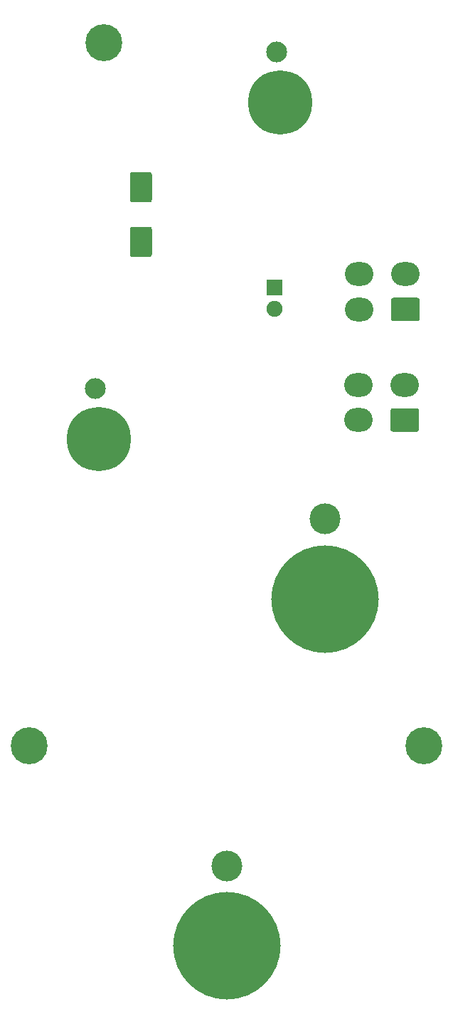
<source format=gbr>
%TF.GenerationSoftware,KiCad,Pcbnew,(5.1.6)-1*%
%TF.CreationDate,2020-12-18T19:44:17+11:00*%
%TF.ProjectId,EXT LT Panel PCB V2,45585420-4c54-4205-9061-6e656c205043,rev?*%
%TF.SameCoordinates,Original*%
%TF.FileFunction,Soldermask,Bot*%
%TF.FilePolarity,Negative*%
%FSLAX46Y46*%
G04 Gerber Fmt 4.6, Leading zero omitted, Abs format (unit mm)*
G04 Created by KiCad (PCBNEW (5.1.6)-1) date 2020-12-18 19:44:17*
%MOMM*%
%LPD*%
G01*
G04 APERTURE LIST*
%ADD10C,12.800000*%
%ADD11C,3.672000*%
%ADD12C,4.400000*%
%ADD13C,7.640752*%
%ADD14C,2.481250*%
%ADD15O,3.400000X2.800000*%
%ADD16C,1.900000*%
%ADD17R,1.900000X1.900000*%
G04 APERTURE END LIST*
D10*
%TO.C,3*%
X134410400Y-106248200D03*
X134410400Y-106248200D03*
D11*
X134410400Y-96723200D03*
%TD*%
D12*
%TO.C,5*%
X108121400Y-40081200D03*
%TD*%
%TO.C,6*%
X99231400Y-123710700D03*
%TD*%
%TO.C,7*%
X146221400Y-123710700D03*
%TD*%
D13*
%TO.C,1*%
X129076400Y-47193200D03*
D14*
X128657861Y-41207816D03*
D13*
X129076400Y-47193200D03*
%TD*%
%TO.C,2*%
X107486400Y-87198200D03*
D14*
X107067861Y-81212816D03*
D13*
X107486400Y-87198200D03*
%TD*%
D11*
%TO.C,4*%
X122726400Y-137998200D03*
D10*
X122726400Y-147523200D03*
X122726400Y-147523200D03*
%TD*%
D15*
%TO.C,J2*%
X138434000Y-80760500D03*
X138434000Y-84960500D03*
X143934000Y-80760500D03*
G36*
G01*
X145374740Y-86360500D02*
X142493260Y-86360500D01*
G75*
G02*
X142234000Y-86101240I0J259260D01*
G01*
X142234000Y-83819760D01*
G75*
G02*
X142493260Y-83560500I259260J0D01*
G01*
X145374740Y-83560500D01*
G75*
G02*
X145634000Y-83819760I0J-259260D01*
G01*
X145634000Y-86101240D01*
G75*
G02*
X145374740Y-86360500I-259260J0D01*
G01*
G37*
%TD*%
%TO.C,J1*%
X138503000Y-67608300D03*
X138503000Y-71808300D03*
X144003000Y-67608300D03*
G36*
G01*
X145443740Y-73208300D02*
X142562260Y-73208300D01*
G75*
G02*
X142303000Y-72949040I0J259260D01*
G01*
X142303000Y-70667560D01*
G75*
G02*
X142562260Y-70408300I259260J0D01*
G01*
X145443740Y-70408300D01*
G75*
G02*
X145703000Y-70667560I0J-259260D01*
G01*
X145703000Y-72949040D01*
G75*
G02*
X145443740Y-73208300I-259260J0D01*
G01*
G37*
%TD*%
D16*
%TO.C,D45*%
X128422000Y-71752500D03*
D17*
X128422000Y-69212500D03*
%TD*%
%TO.C,C1*%
G36*
G01*
X111487000Y-61966800D02*
X113567000Y-61966800D01*
G75*
G02*
X113827000Y-62226800I0J-260000D01*
G01*
X113827000Y-65306800D01*
G75*
G02*
X113567000Y-65566800I-260000J0D01*
G01*
X111487000Y-65566800D01*
G75*
G02*
X111227000Y-65306800I0J260000D01*
G01*
X111227000Y-62226800D01*
G75*
G02*
X111487000Y-61966800I260000J0D01*
G01*
G37*
G36*
G01*
X111487000Y-55466800D02*
X113567000Y-55466800D01*
G75*
G02*
X113827000Y-55726800I0J-260000D01*
G01*
X113827000Y-58806800D01*
G75*
G02*
X113567000Y-59066800I-260000J0D01*
G01*
X111487000Y-59066800D01*
G75*
G02*
X111227000Y-58806800I0J260000D01*
G01*
X111227000Y-55726800D01*
G75*
G02*
X111487000Y-55466800I260000J0D01*
G01*
G37*
%TD*%
M02*

</source>
